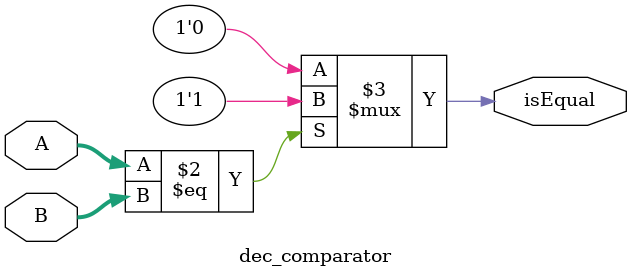
<source format=sv>

`resetall
`timescale 1ns/10ps
module dec_comparator
#(
parameter DATA_DEPTH = 8
)
(
input [DATA_DEPTH-1:0] A,
input [DATA_DEPTH-1:0] B,
output reg isEqual
) ;

always @* 

begin 

 isEqual <= ( A == B)? 1'b1 : 1'b0; 

end 

endmodule

</source>
